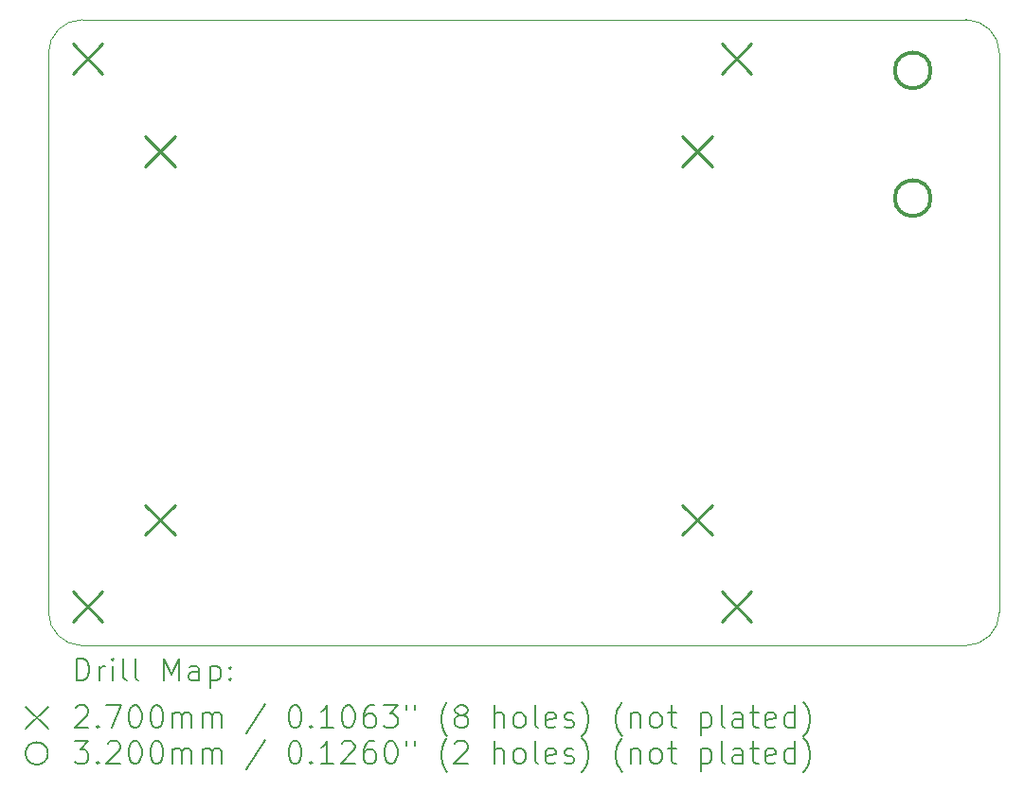
<source format=gbr>
%FSLAX45Y45*%
G04 Gerber Fmt 4.5, Leading zero omitted, Abs format (unit mm)*
G04 Created by KiCad (PCBNEW (6.0.2-0)) date 2022-04-26 16:32:37*
%MOMM*%
%LPD*%
G01*
G04 APERTURE LIST*
%TA.AperFunction,Profile*%
%ADD10C,0.100000*%
%TD*%
%ADD11C,0.200000*%
%ADD12C,0.270000*%
%ADD13C,0.320000*%
G04 APERTURE END LIST*
D10*
X10500000Y-2300000D02*
G75*
G03*
X10200000Y-2000000I-300000J0D01*
G01*
X2300000Y-2000000D02*
G75*
G03*
X2000000Y-2300000I0J-300000D01*
G01*
X2000000Y-7300000D02*
G75*
G03*
X2300000Y-7600000I300000J0D01*
G01*
X10200000Y-7600000D02*
G75*
G03*
X10500000Y-7300000I0J300000D01*
G01*
X2000000Y-7300000D02*
X2000000Y-2300000D01*
X10500000Y-2300000D02*
X10500000Y-7300000D01*
X10200000Y-7600000D02*
X2300000Y-7600000D01*
X2300000Y-2000000D02*
X10200000Y-2000000D01*
D11*
D12*
X2215000Y-2215000D02*
X2485000Y-2485000D01*
X2485000Y-2215000D02*
X2215000Y-2485000D01*
X2215000Y-7115000D02*
X2485000Y-7385000D01*
X2485000Y-7115000D02*
X2215000Y-7385000D01*
X2865000Y-3041000D02*
X3135000Y-3311000D01*
X3135000Y-3041000D02*
X2865000Y-3311000D01*
X2865000Y-6341000D02*
X3135000Y-6611000D01*
X3135000Y-6341000D02*
X2865000Y-6611000D01*
X7665000Y-3041000D02*
X7935000Y-3311000D01*
X7935000Y-3041000D02*
X7665000Y-3311000D01*
X7665000Y-6341000D02*
X7935000Y-6611000D01*
X7935000Y-6341000D02*
X7665000Y-6611000D01*
X8015000Y-2215000D02*
X8285000Y-2485000D01*
X8285000Y-2215000D02*
X8015000Y-2485000D01*
X8015000Y-7115000D02*
X8285000Y-7385000D01*
X8285000Y-7115000D02*
X8015000Y-7385000D01*
D13*
X9885000Y-2453500D02*
G75*
G03*
X9885000Y-2453500I-160000J0D01*
G01*
X9885000Y-3596500D02*
G75*
G03*
X9885000Y-3596500I-160000J0D01*
G01*
D11*
X2252619Y-7915476D02*
X2252619Y-7715476D01*
X2300238Y-7715476D01*
X2328810Y-7725000D01*
X2347857Y-7744048D01*
X2357381Y-7763095D01*
X2366905Y-7801190D01*
X2366905Y-7829762D01*
X2357381Y-7867857D01*
X2347857Y-7886905D01*
X2328810Y-7905952D01*
X2300238Y-7915476D01*
X2252619Y-7915476D01*
X2452619Y-7915476D02*
X2452619Y-7782143D01*
X2452619Y-7820238D02*
X2462143Y-7801190D01*
X2471667Y-7791667D01*
X2490714Y-7782143D01*
X2509762Y-7782143D01*
X2576429Y-7915476D02*
X2576429Y-7782143D01*
X2576429Y-7715476D02*
X2566905Y-7725000D01*
X2576429Y-7734524D01*
X2585952Y-7725000D01*
X2576429Y-7715476D01*
X2576429Y-7734524D01*
X2700238Y-7915476D02*
X2681190Y-7905952D01*
X2671667Y-7886905D01*
X2671667Y-7715476D01*
X2805000Y-7915476D02*
X2785952Y-7905952D01*
X2776429Y-7886905D01*
X2776429Y-7715476D01*
X3033571Y-7915476D02*
X3033571Y-7715476D01*
X3100238Y-7858333D01*
X3166905Y-7715476D01*
X3166905Y-7915476D01*
X3347857Y-7915476D02*
X3347857Y-7810714D01*
X3338333Y-7791667D01*
X3319286Y-7782143D01*
X3281190Y-7782143D01*
X3262143Y-7791667D01*
X3347857Y-7905952D02*
X3328809Y-7915476D01*
X3281190Y-7915476D01*
X3262143Y-7905952D01*
X3252619Y-7886905D01*
X3252619Y-7867857D01*
X3262143Y-7848809D01*
X3281190Y-7839286D01*
X3328809Y-7839286D01*
X3347857Y-7829762D01*
X3443095Y-7782143D02*
X3443095Y-7982143D01*
X3443095Y-7791667D02*
X3462143Y-7782143D01*
X3500238Y-7782143D01*
X3519286Y-7791667D01*
X3528809Y-7801190D01*
X3538333Y-7820238D01*
X3538333Y-7877381D01*
X3528809Y-7896428D01*
X3519286Y-7905952D01*
X3500238Y-7915476D01*
X3462143Y-7915476D01*
X3443095Y-7905952D01*
X3624048Y-7896428D02*
X3633571Y-7905952D01*
X3624048Y-7915476D01*
X3614524Y-7905952D01*
X3624048Y-7896428D01*
X3624048Y-7915476D01*
X3624048Y-7791667D02*
X3633571Y-7801190D01*
X3624048Y-7810714D01*
X3614524Y-7801190D01*
X3624048Y-7791667D01*
X3624048Y-7810714D01*
X1795000Y-8145000D02*
X1995000Y-8345000D01*
X1995000Y-8145000D02*
X1795000Y-8345000D01*
X2243095Y-8154524D02*
X2252619Y-8145000D01*
X2271667Y-8135476D01*
X2319286Y-8135476D01*
X2338333Y-8145000D01*
X2347857Y-8154524D01*
X2357381Y-8173571D01*
X2357381Y-8192619D01*
X2347857Y-8221190D01*
X2233571Y-8335476D01*
X2357381Y-8335476D01*
X2443095Y-8316428D02*
X2452619Y-8325952D01*
X2443095Y-8335476D01*
X2433571Y-8325952D01*
X2443095Y-8316428D01*
X2443095Y-8335476D01*
X2519286Y-8135476D02*
X2652619Y-8135476D01*
X2566905Y-8335476D01*
X2766905Y-8135476D02*
X2785952Y-8135476D01*
X2805000Y-8145000D01*
X2814524Y-8154524D01*
X2824048Y-8173571D01*
X2833571Y-8211667D01*
X2833571Y-8259286D01*
X2824048Y-8297381D01*
X2814524Y-8316428D01*
X2805000Y-8325952D01*
X2785952Y-8335476D01*
X2766905Y-8335476D01*
X2747857Y-8325952D01*
X2738333Y-8316428D01*
X2728810Y-8297381D01*
X2719286Y-8259286D01*
X2719286Y-8211667D01*
X2728810Y-8173571D01*
X2738333Y-8154524D01*
X2747857Y-8145000D01*
X2766905Y-8135476D01*
X2957381Y-8135476D02*
X2976428Y-8135476D01*
X2995476Y-8145000D01*
X3005000Y-8154524D01*
X3014524Y-8173571D01*
X3024048Y-8211667D01*
X3024048Y-8259286D01*
X3014524Y-8297381D01*
X3005000Y-8316428D01*
X2995476Y-8325952D01*
X2976428Y-8335476D01*
X2957381Y-8335476D01*
X2938333Y-8325952D01*
X2928809Y-8316428D01*
X2919286Y-8297381D01*
X2909762Y-8259286D01*
X2909762Y-8211667D01*
X2919286Y-8173571D01*
X2928809Y-8154524D01*
X2938333Y-8145000D01*
X2957381Y-8135476D01*
X3109762Y-8335476D02*
X3109762Y-8202143D01*
X3109762Y-8221190D02*
X3119286Y-8211667D01*
X3138333Y-8202143D01*
X3166905Y-8202143D01*
X3185952Y-8211667D01*
X3195476Y-8230714D01*
X3195476Y-8335476D01*
X3195476Y-8230714D02*
X3205000Y-8211667D01*
X3224048Y-8202143D01*
X3252619Y-8202143D01*
X3271667Y-8211667D01*
X3281190Y-8230714D01*
X3281190Y-8335476D01*
X3376428Y-8335476D02*
X3376428Y-8202143D01*
X3376428Y-8221190D02*
X3385952Y-8211667D01*
X3405000Y-8202143D01*
X3433571Y-8202143D01*
X3452619Y-8211667D01*
X3462143Y-8230714D01*
X3462143Y-8335476D01*
X3462143Y-8230714D02*
X3471667Y-8211667D01*
X3490714Y-8202143D01*
X3519286Y-8202143D01*
X3538333Y-8211667D01*
X3547857Y-8230714D01*
X3547857Y-8335476D01*
X3938333Y-8125952D02*
X3766905Y-8383095D01*
X4195476Y-8135476D02*
X4214524Y-8135476D01*
X4233571Y-8145000D01*
X4243095Y-8154524D01*
X4252619Y-8173571D01*
X4262143Y-8211667D01*
X4262143Y-8259286D01*
X4252619Y-8297381D01*
X4243095Y-8316428D01*
X4233571Y-8325952D01*
X4214524Y-8335476D01*
X4195476Y-8335476D01*
X4176428Y-8325952D01*
X4166905Y-8316428D01*
X4157381Y-8297381D01*
X4147857Y-8259286D01*
X4147857Y-8211667D01*
X4157381Y-8173571D01*
X4166905Y-8154524D01*
X4176428Y-8145000D01*
X4195476Y-8135476D01*
X4347857Y-8316428D02*
X4357381Y-8325952D01*
X4347857Y-8335476D01*
X4338333Y-8325952D01*
X4347857Y-8316428D01*
X4347857Y-8335476D01*
X4547857Y-8335476D02*
X4433571Y-8335476D01*
X4490714Y-8335476D02*
X4490714Y-8135476D01*
X4471667Y-8164048D01*
X4452619Y-8183095D01*
X4433571Y-8192619D01*
X4671667Y-8135476D02*
X4690714Y-8135476D01*
X4709762Y-8145000D01*
X4719286Y-8154524D01*
X4728810Y-8173571D01*
X4738333Y-8211667D01*
X4738333Y-8259286D01*
X4728810Y-8297381D01*
X4719286Y-8316428D01*
X4709762Y-8325952D01*
X4690714Y-8335476D01*
X4671667Y-8335476D01*
X4652619Y-8325952D01*
X4643095Y-8316428D01*
X4633571Y-8297381D01*
X4624048Y-8259286D01*
X4624048Y-8211667D01*
X4633571Y-8173571D01*
X4643095Y-8154524D01*
X4652619Y-8145000D01*
X4671667Y-8135476D01*
X4909762Y-8135476D02*
X4871667Y-8135476D01*
X4852619Y-8145000D01*
X4843095Y-8154524D01*
X4824048Y-8183095D01*
X4814524Y-8221190D01*
X4814524Y-8297381D01*
X4824048Y-8316428D01*
X4833571Y-8325952D01*
X4852619Y-8335476D01*
X4890714Y-8335476D01*
X4909762Y-8325952D01*
X4919286Y-8316428D01*
X4928810Y-8297381D01*
X4928810Y-8249762D01*
X4919286Y-8230714D01*
X4909762Y-8221190D01*
X4890714Y-8211667D01*
X4852619Y-8211667D01*
X4833571Y-8221190D01*
X4824048Y-8230714D01*
X4814524Y-8249762D01*
X4995476Y-8135476D02*
X5119286Y-8135476D01*
X5052619Y-8211667D01*
X5081190Y-8211667D01*
X5100238Y-8221190D01*
X5109762Y-8230714D01*
X5119286Y-8249762D01*
X5119286Y-8297381D01*
X5109762Y-8316428D01*
X5100238Y-8325952D01*
X5081190Y-8335476D01*
X5024048Y-8335476D01*
X5005000Y-8325952D01*
X4995476Y-8316428D01*
X5195476Y-8135476D02*
X5195476Y-8173571D01*
X5271667Y-8135476D02*
X5271667Y-8173571D01*
X5566905Y-8411667D02*
X5557381Y-8402143D01*
X5538333Y-8373571D01*
X5528810Y-8354524D01*
X5519286Y-8325952D01*
X5509762Y-8278333D01*
X5509762Y-8240238D01*
X5519286Y-8192619D01*
X5528810Y-8164048D01*
X5538333Y-8145000D01*
X5557381Y-8116428D01*
X5566905Y-8106905D01*
X5671667Y-8221190D02*
X5652619Y-8211667D01*
X5643095Y-8202143D01*
X5633571Y-8183095D01*
X5633571Y-8173571D01*
X5643095Y-8154524D01*
X5652619Y-8145000D01*
X5671667Y-8135476D01*
X5709762Y-8135476D01*
X5728809Y-8145000D01*
X5738333Y-8154524D01*
X5747857Y-8173571D01*
X5747857Y-8183095D01*
X5738333Y-8202143D01*
X5728809Y-8211667D01*
X5709762Y-8221190D01*
X5671667Y-8221190D01*
X5652619Y-8230714D01*
X5643095Y-8240238D01*
X5633571Y-8259286D01*
X5633571Y-8297381D01*
X5643095Y-8316428D01*
X5652619Y-8325952D01*
X5671667Y-8335476D01*
X5709762Y-8335476D01*
X5728809Y-8325952D01*
X5738333Y-8316428D01*
X5747857Y-8297381D01*
X5747857Y-8259286D01*
X5738333Y-8240238D01*
X5728809Y-8230714D01*
X5709762Y-8221190D01*
X5985952Y-8335476D02*
X5985952Y-8135476D01*
X6071667Y-8335476D02*
X6071667Y-8230714D01*
X6062143Y-8211667D01*
X6043095Y-8202143D01*
X6014524Y-8202143D01*
X5995476Y-8211667D01*
X5985952Y-8221190D01*
X6195476Y-8335476D02*
X6176428Y-8325952D01*
X6166905Y-8316428D01*
X6157381Y-8297381D01*
X6157381Y-8240238D01*
X6166905Y-8221190D01*
X6176428Y-8211667D01*
X6195476Y-8202143D01*
X6224048Y-8202143D01*
X6243095Y-8211667D01*
X6252619Y-8221190D01*
X6262143Y-8240238D01*
X6262143Y-8297381D01*
X6252619Y-8316428D01*
X6243095Y-8325952D01*
X6224048Y-8335476D01*
X6195476Y-8335476D01*
X6376428Y-8335476D02*
X6357381Y-8325952D01*
X6347857Y-8306905D01*
X6347857Y-8135476D01*
X6528809Y-8325952D02*
X6509762Y-8335476D01*
X6471667Y-8335476D01*
X6452619Y-8325952D01*
X6443095Y-8306905D01*
X6443095Y-8230714D01*
X6452619Y-8211667D01*
X6471667Y-8202143D01*
X6509762Y-8202143D01*
X6528809Y-8211667D01*
X6538333Y-8230714D01*
X6538333Y-8249762D01*
X6443095Y-8268809D01*
X6614524Y-8325952D02*
X6633571Y-8335476D01*
X6671667Y-8335476D01*
X6690714Y-8325952D01*
X6700238Y-8306905D01*
X6700238Y-8297381D01*
X6690714Y-8278333D01*
X6671667Y-8268809D01*
X6643095Y-8268809D01*
X6624048Y-8259286D01*
X6614524Y-8240238D01*
X6614524Y-8230714D01*
X6624048Y-8211667D01*
X6643095Y-8202143D01*
X6671667Y-8202143D01*
X6690714Y-8211667D01*
X6766905Y-8411667D02*
X6776428Y-8402143D01*
X6795476Y-8373571D01*
X6805000Y-8354524D01*
X6814524Y-8325952D01*
X6824048Y-8278333D01*
X6824048Y-8240238D01*
X6814524Y-8192619D01*
X6805000Y-8164048D01*
X6795476Y-8145000D01*
X6776428Y-8116428D01*
X6766905Y-8106905D01*
X7128809Y-8411667D02*
X7119286Y-8402143D01*
X7100238Y-8373571D01*
X7090714Y-8354524D01*
X7081190Y-8325952D01*
X7071667Y-8278333D01*
X7071667Y-8240238D01*
X7081190Y-8192619D01*
X7090714Y-8164048D01*
X7100238Y-8145000D01*
X7119286Y-8116428D01*
X7128809Y-8106905D01*
X7205000Y-8202143D02*
X7205000Y-8335476D01*
X7205000Y-8221190D02*
X7214524Y-8211667D01*
X7233571Y-8202143D01*
X7262143Y-8202143D01*
X7281190Y-8211667D01*
X7290714Y-8230714D01*
X7290714Y-8335476D01*
X7414524Y-8335476D02*
X7395476Y-8325952D01*
X7385952Y-8316428D01*
X7376428Y-8297381D01*
X7376428Y-8240238D01*
X7385952Y-8221190D01*
X7395476Y-8211667D01*
X7414524Y-8202143D01*
X7443095Y-8202143D01*
X7462143Y-8211667D01*
X7471667Y-8221190D01*
X7481190Y-8240238D01*
X7481190Y-8297381D01*
X7471667Y-8316428D01*
X7462143Y-8325952D01*
X7443095Y-8335476D01*
X7414524Y-8335476D01*
X7538333Y-8202143D02*
X7614524Y-8202143D01*
X7566905Y-8135476D02*
X7566905Y-8306905D01*
X7576428Y-8325952D01*
X7595476Y-8335476D01*
X7614524Y-8335476D01*
X7833571Y-8202143D02*
X7833571Y-8402143D01*
X7833571Y-8211667D02*
X7852619Y-8202143D01*
X7890714Y-8202143D01*
X7909762Y-8211667D01*
X7919286Y-8221190D01*
X7928809Y-8240238D01*
X7928809Y-8297381D01*
X7919286Y-8316428D01*
X7909762Y-8325952D01*
X7890714Y-8335476D01*
X7852619Y-8335476D01*
X7833571Y-8325952D01*
X8043095Y-8335476D02*
X8024048Y-8325952D01*
X8014524Y-8306905D01*
X8014524Y-8135476D01*
X8205000Y-8335476D02*
X8205000Y-8230714D01*
X8195476Y-8211667D01*
X8176428Y-8202143D01*
X8138333Y-8202143D01*
X8119286Y-8211667D01*
X8205000Y-8325952D02*
X8185952Y-8335476D01*
X8138333Y-8335476D01*
X8119286Y-8325952D01*
X8109762Y-8306905D01*
X8109762Y-8287857D01*
X8119286Y-8268809D01*
X8138333Y-8259286D01*
X8185952Y-8259286D01*
X8205000Y-8249762D01*
X8271667Y-8202143D02*
X8347857Y-8202143D01*
X8300238Y-8135476D02*
X8300238Y-8306905D01*
X8309762Y-8325952D01*
X8328809Y-8335476D01*
X8347857Y-8335476D01*
X8490714Y-8325952D02*
X8471667Y-8335476D01*
X8433571Y-8335476D01*
X8414524Y-8325952D01*
X8405000Y-8306905D01*
X8405000Y-8230714D01*
X8414524Y-8211667D01*
X8433571Y-8202143D01*
X8471667Y-8202143D01*
X8490714Y-8211667D01*
X8500238Y-8230714D01*
X8500238Y-8249762D01*
X8405000Y-8268809D01*
X8671667Y-8335476D02*
X8671667Y-8135476D01*
X8671667Y-8325952D02*
X8652619Y-8335476D01*
X8614524Y-8335476D01*
X8595476Y-8325952D01*
X8585952Y-8316428D01*
X8576429Y-8297381D01*
X8576429Y-8240238D01*
X8585952Y-8221190D01*
X8595476Y-8211667D01*
X8614524Y-8202143D01*
X8652619Y-8202143D01*
X8671667Y-8211667D01*
X8747857Y-8411667D02*
X8757381Y-8402143D01*
X8776429Y-8373571D01*
X8785952Y-8354524D01*
X8795476Y-8325952D01*
X8805000Y-8278333D01*
X8805000Y-8240238D01*
X8795476Y-8192619D01*
X8785952Y-8164048D01*
X8776429Y-8145000D01*
X8757381Y-8116428D01*
X8747857Y-8106905D01*
X1995000Y-8565000D02*
G75*
G03*
X1995000Y-8565000I-100000J0D01*
G01*
X2233571Y-8455476D02*
X2357381Y-8455476D01*
X2290714Y-8531667D01*
X2319286Y-8531667D01*
X2338333Y-8541190D01*
X2347857Y-8550714D01*
X2357381Y-8569762D01*
X2357381Y-8617381D01*
X2347857Y-8636429D01*
X2338333Y-8645952D01*
X2319286Y-8655476D01*
X2262143Y-8655476D01*
X2243095Y-8645952D01*
X2233571Y-8636429D01*
X2443095Y-8636429D02*
X2452619Y-8645952D01*
X2443095Y-8655476D01*
X2433571Y-8645952D01*
X2443095Y-8636429D01*
X2443095Y-8655476D01*
X2528810Y-8474524D02*
X2538333Y-8465000D01*
X2557381Y-8455476D01*
X2605000Y-8455476D01*
X2624048Y-8465000D01*
X2633571Y-8474524D01*
X2643095Y-8493571D01*
X2643095Y-8512619D01*
X2633571Y-8541190D01*
X2519286Y-8655476D01*
X2643095Y-8655476D01*
X2766905Y-8455476D02*
X2785952Y-8455476D01*
X2805000Y-8465000D01*
X2814524Y-8474524D01*
X2824048Y-8493571D01*
X2833571Y-8531667D01*
X2833571Y-8579286D01*
X2824048Y-8617381D01*
X2814524Y-8636429D01*
X2805000Y-8645952D01*
X2785952Y-8655476D01*
X2766905Y-8655476D01*
X2747857Y-8645952D01*
X2738333Y-8636429D01*
X2728810Y-8617381D01*
X2719286Y-8579286D01*
X2719286Y-8531667D01*
X2728810Y-8493571D01*
X2738333Y-8474524D01*
X2747857Y-8465000D01*
X2766905Y-8455476D01*
X2957381Y-8455476D02*
X2976428Y-8455476D01*
X2995476Y-8465000D01*
X3005000Y-8474524D01*
X3014524Y-8493571D01*
X3024048Y-8531667D01*
X3024048Y-8579286D01*
X3014524Y-8617381D01*
X3005000Y-8636429D01*
X2995476Y-8645952D01*
X2976428Y-8655476D01*
X2957381Y-8655476D01*
X2938333Y-8645952D01*
X2928809Y-8636429D01*
X2919286Y-8617381D01*
X2909762Y-8579286D01*
X2909762Y-8531667D01*
X2919286Y-8493571D01*
X2928809Y-8474524D01*
X2938333Y-8465000D01*
X2957381Y-8455476D01*
X3109762Y-8655476D02*
X3109762Y-8522143D01*
X3109762Y-8541190D02*
X3119286Y-8531667D01*
X3138333Y-8522143D01*
X3166905Y-8522143D01*
X3185952Y-8531667D01*
X3195476Y-8550714D01*
X3195476Y-8655476D01*
X3195476Y-8550714D02*
X3205000Y-8531667D01*
X3224048Y-8522143D01*
X3252619Y-8522143D01*
X3271667Y-8531667D01*
X3281190Y-8550714D01*
X3281190Y-8655476D01*
X3376428Y-8655476D02*
X3376428Y-8522143D01*
X3376428Y-8541190D02*
X3385952Y-8531667D01*
X3405000Y-8522143D01*
X3433571Y-8522143D01*
X3452619Y-8531667D01*
X3462143Y-8550714D01*
X3462143Y-8655476D01*
X3462143Y-8550714D02*
X3471667Y-8531667D01*
X3490714Y-8522143D01*
X3519286Y-8522143D01*
X3538333Y-8531667D01*
X3547857Y-8550714D01*
X3547857Y-8655476D01*
X3938333Y-8445952D02*
X3766905Y-8703095D01*
X4195476Y-8455476D02*
X4214524Y-8455476D01*
X4233571Y-8465000D01*
X4243095Y-8474524D01*
X4252619Y-8493571D01*
X4262143Y-8531667D01*
X4262143Y-8579286D01*
X4252619Y-8617381D01*
X4243095Y-8636429D01*
X4233571Y-8645952D01*
X4214524Y-8655476D01*
X4195476Y-8655476D01*
X4176428Y-8645952D01*
X4166905Y-8636429D01*
X4157381Y-8617381D01*
X4147857Y-8579286D01*
X4147857Y-8531667D01*
X4157381Y-8493571D01*
X4166905Y-8474524D01*
X4176428Y-8465000D01*
X4195476Y-8455476D01*
X4347857Y-8636429D02*
X4357381Y-8645952D01*
X4347857Y-8655476D01*
X4338333Y-8645952D01*
X4347857Y-8636429D01*
X4347857Y-8655476D01*
X4547857Y-8655476D02*
X4433571Y-8655476D01*
X4490714Y-8655476D02*
X4490714Y-8455476D01*
X4471667Y-8484048D01*
X4452619Y-8503095D01*
X4433571Y-8512619D01*
X4624048Y-8474524D02*
X4633571Y-8465000D01*
X4652619Y-8455476D01*
X4700238Y-8455476D01*
X4719286Y-8465000D01*
X4728810Y-8474524D01*
X4738333Y-8493571D01*
X4738333Y-8512619D01*
X4728810Y-8541190D01*
X4614524Y-8655476D01*
X4738333Y-8655476D01*
X4909762Y-8455476D02*
X4871667Y-8455476D01*
X4852619Y-8465000D01*
X4843095Y-8474524D01*
X4824048Y-8503095D01*
X4814524Y-8541190D01*
X4814524Y-8617381D01*
X4824048Y-8636429D01*
X4833571Y-8645952D01*
X4852619Y-8655476D01*
X4890714Y-8655476D01*
X4909762Y-8645952D01*
X4919286Y-8636429D01*
X4928810Y-8617381D01*
X4928810Y-8569762D01*
X4919286Y-8550714D01*
X4909762Y-8541190D01*
X4890714Y-8531667D01*
X4852619Y-8531667D01*
X4833571Y-8541190D01*
X4824048Y-8550714D01*
X4814524Y-8569762D01*
X5052619Y-8455476D02*
X5071667Y-8455476D01*
X5090714Y-8465000D01*
X5100238Y-8474524D01*
X5109762Y-8493571D01*
X5119286Y-8531667D01*
X5119286Y-8579286D01*
X5109762Y-8617381D01*
X5100238Y-8636429D01*
X5090714Y-8645952D01*
X5071667Y-8655476D01*
X5052619Y-8655476D01*
X5033571Y-8645952D01*
X5024048Y-8636429D01*
X5014524Y-8617381D01*
X5005000Y-8579286D01*
X5005000Y-8531667D01*
X5014524Y-8493571D01*
X5024048Y-8474524D01*
X5033571Y-8465000D01*
X5052619Y-8455476D01*
X5195476Y-8455476D02*
X5195476Y-8493571D01*
X5271667Y-8455476D02*
X5271667Y-8493571D01*
X5566905Y-8731667D02*
X5557381Y-8722143D01*
X5538333Y-8693571D01*
X5528810Y-8674524D01*
X5519286Y-8645952D01*
X5509762Y-8598333D01*
X5509762Y-8560238D01*
X5519286Y-8512619D01*
X5528810Y-8484048D01*
X5538333Y-8465000D01*
X5557381Y-8436429D01*
X5566905Y-8426905D01*
X5633571Y-8474524D02*
X5643095Y-8465000D01*
X5662143Y-8455476D01*
X5709762Y-8455476D01*
X5728809Y-8465000D01*
X5738333Y-8474524D01*
X5747857Y-8493571D01*
X5747857Y-8512619D01*
X5738333Y-8541190D01*
X5624048Y-8655476D01*
X5747857Y-8655476D01*
X5985952Y-8655476D02*
X5985952Y-8455476D01*
X6071667Y-8655476D02*
X6071667Y-8550714D01*
X6062143Y-8531667D01*
X6043095Y-8522143D01*
X6014524Y-8522143D01*
X5995476Y-8531667D01*
X5985952Y-8541190D01*
X6195476Y-8655476D02*
X6176428Y-8645952D01*
X6166905Y-8636429D01*
X6157381Y-8617381D01*
X6157381Y-8560238D01*
X6166905Y-8541190D01*
X6176428Y-8531667D01*
X6195476Y-8522143D01*
X6224048Y-8522143D01*
X6243095Y-8531667D01*
X6252619Y-8541190D01*
X6262143Y-8560238D01*
X6262143Y-8617381D01*
X6252619Y-8636429D01*
X6243095Y-8645952D01*
X6224048Y-8655476D01*
X6195476Y-8655476D01*
X6376428Y-8655476D02*
X6357381Y-8645952D01*
X6347857Y-8626905D01*
X6347857Y-8455476D01*
X6528809Y-8645952D02*
X6509762Y-8655476D01*
X6471667Y-8655476D01*
X6452619Y-8645952D01*
X6443095Y-8626905D01*
X6443095Y-8550714D01*
X6452619Y-8531667D01*
X6471667Y-8522143D01*
X6509762Y-8522143D01*
X6528809Y-8531667D01*
X6538333Y-8550714D01*
X6538333Y-8569762D01*
X6443095Y-8588810D01*
X6614524Y-8645952D02*
X6633571Y-8655476D01*
X6671667Y-8655476D01*
X6690714Y-8645952D01*
X6700238Y-8626905D01*
X6700238Y-8617381D01*
X6690714Y-8598333D01*
X6671667Y-8588810D01*
X6643095Y-8588810D01*
X6624048Y-8579286D01*
X6614524Y-8560238D01*
X6614524Y-8550714D01*
X6624048Y-8531667D01*
X6643095Y-8522143D01*
X6671667Y-8522143D01*
X6690714Y-8531667D01*
X6766905Y-8731667D02*
X6776428Y-8722143D01*
X6795476Y-8693571D01*
X6805000Y-8674524D01*
X6814524Y-8645952D01*
X6824048Y-8598333D01*
X6824048Y-8560238D01*
X6814524Y-8512619D01*
X6805000Y-8484048D01*
X6795476Y-8465000D01*
X6776428Y-8436429D01*
X6766905Y-8426905D01*
X7128809Y-8731667D02*
X7119286Y-8722143D01*
X7100238Y-8693571D01*
X7090714Y-8674524D01*
X7081190Y-8645952D01*
X7071667Y-8598333D01*
X7071667Y-8560238D01*
X7081190Y-8512619D01*
X7090714Y-8484048D01*
X7100238Y-8465000D01*
X7119286Y-8436429D01*
X7128809Y-8426905D01*
X7205000Y-8522143D02*
X7205000Y-8655476D01*
X7205000Y-8541190D02*
X7214524Y-8531667D01*
X7233571Y-8522143D01*
X7262143Y-8522143D01*
X7281190Y-8531667D01*
X7290714Y-8550714D01*
X7290714Y-8655476D01*
X7414524Y-8655476D02*
X7395476Y-8645952D01*
X7385952Y-8636429D01*
X7376428Y-8617381D01*
X7376428Y-8560238D01*
X7385952Y-8541190D01*
X7395476Y-8531667D01*
X7414524Y-8522143D01*
X7443095Y-8522143D01*
X7462143Y-8531667D01*
X7471667Y-8541190D01*
X7481190Y-8560238D01*
X7481190Y-8617381D01*
X7471667Y-8636429D01*
X7462143Y-8645952D01*
X7443095Y-8655476D01*
X7414524Y-8655476D01*
X7538333Y-8522143D02*
X7614524Y-8522143D01*
X7566905Y-8455476D02*
X7566905Y-8626905D01*
X7576428Y-8645952D01*
X7595476Y-8655476D01*
X7614524Y-8655476D01*
X7833571Y-8522143D02*
X7833571Y-8722143D01*
X7833571Y-8531667D02*
X7852619Y-8522143D01*
X7890714Y-8522143D01*
X7909762Y-8531667D01*
X7919286Y-8541190D01*
X7928809Y-8560238D01*
X7928809Y-8617381D01*
X7919286Y-8636429D01*
X7909762Y-8645952D01*
X7890714Y-8655476D01*
X7852619Y-8655476D01*
X7833571Y-8645952D01*
X8043095Y-8655476D02*
X8024048Y-8645952D01*
X8014524Y-8626905D01*
X8014524Y-8455476D01*
X8205000Y-8655476D02*
X8205000Y-8550714D01*
X8195476Y-8531667D01*
X8176428Y-8522143D01*
X8138333Y-8522143D01*
X8119286Y-8531667D01*
X8205000Y-8645952D02*
X8185952Y-8655476D01*
X8138333Y-8655476D01*
X8119286Y-8645952D01*
X8109762Y-8626905D01*
X8109762Y-8607857D01*
X8119286Y-8588810D01*
X8138333Y-8579286D01*
X8185952Y-8579286D01*
X8205000Y-8569762D01*
X8271667Y-8522143D02*
X8347857Y-8522143D01*
X8300238Y-8455476D02*
X8300238Y-8626905D01*
X8309762Y-8645952D01*
X8328809Y-8655476D01*
X8347857Y-8655476D01*
X8490714Y-8645952D02*
X8471667Y-8655476D01*
X8433571Y-8655476D01*
X8414524Y-8645952D01*
X8405000Y-8626905D01*
X8405000Y-8550714D01*
X8414524Y-8531667D01*
X8433571Y-8522143D01*
X8471667Y-8522143D01*
X8490714Y-8531667D01*
X8500238Y-8550714D01*
X8500238Y-8569762D01*
X8405000Y-8588810D01*
X8671667Y-8655476D02*
X8671667Y-8455476D01*
X8671667Y-8645952D02*
X8652619Y-8655476D01*
X8614524Y-8655476D01*
X8595476Y-8645952D01*
X8585952Y-8636429D01*
X8576429Y-8617381D01*
X8576429Y-8560238D01*
X8585952Y-8541190D01*
X8595476Y-8531667D01*
X8614524Y-8522143D01*
X8652619Y-8522143D01*
X8671667Y-8531667D01*
X8747857Y-8731667D02*
X8757381Y-8722143D01*
X8776429Y-8693571D01*
X8785952Y-8674524D01*
X8795476Y-8645952D01*
X8805000Y-8598333D01*
X8805000Y-8560238D01*
X8795476Y-8512619D01*
X8785952Y-8484048D01*
X8776429Y-8465000D01*
X8757381Y-8436429D01*
X8747857Y-8426905D01*
M02*

</source>
